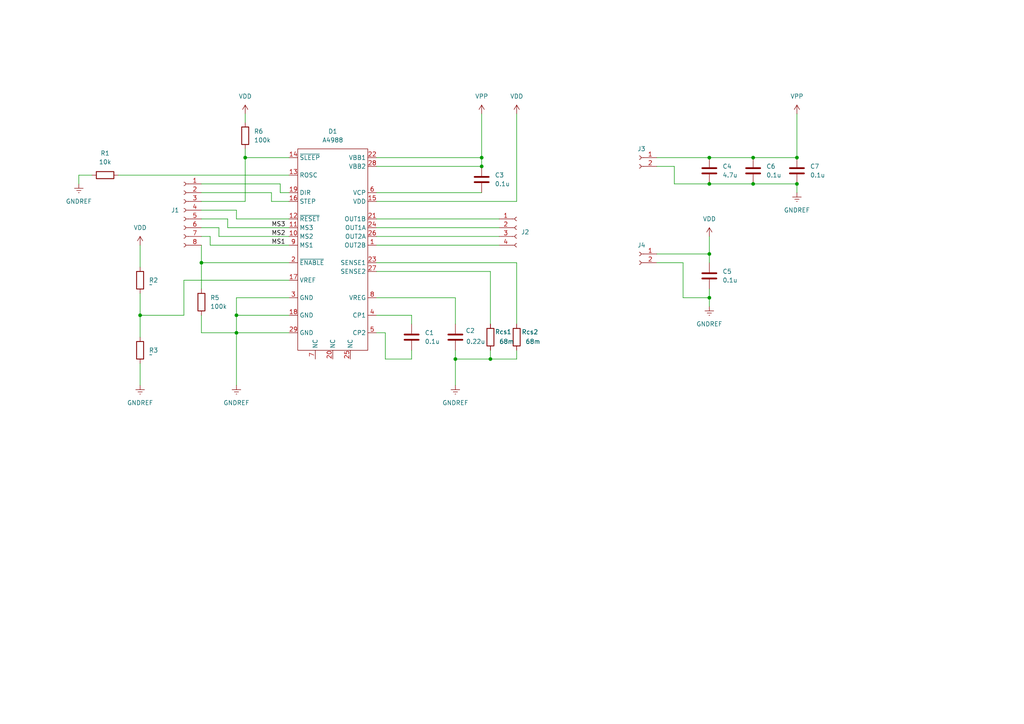
<source format=kicad_sch>
(kicad_sch (version 20230121) (generator eeschema)
  (paper "A4")
  (lib_symbols
    (symbol "Allegro-MicroSystems:A4988"
      (property "Reference" "D?" (at 0 5.08 0))
      (property "Value" "A4988" (at 12.7 -71.12 0))
      (symbol "A4988_1_1"
        (rectangle (start 2.54 2.54) (end 22.86 -55.88))
        (pin passive line (at 25.4 -25.4 180) (length 2.54) (name "OUT2B") (number "1"))
        (pin passive line (at 0 -22.86 0) (length 2.54) (name "MS2") (number "10"))
        (pin passive line (at 0 -20.32 0) (length 2.54) (name "MS3") (number "11"))
        (pin passive line (at 0 -17.78 0) (length 2.54) (name "~{RESET}") (number "12"))
        (pin passive line (at 0 -5.08 0) (length 2.54) (name "ROSC") (number "13"))
        (pin passive line (at 0 0 0) (length 2.54) (name "~{SLEEP}") (number "14"))
        (pin passive line (at 25.4 -12.7 180) (length 2.54) (name "VDD") (number "15"))
        (pin passive line (at 0 -12.7 0) (length 2.54) (name "STEP") (number "16"))
        (pin passive line (at 0 -35.56 0) (length 2.54) (name "VREF") (number "17"))
        (pin passive line (at 0 -45.72 0) (length 2.54) (name "GND") (number "18"))
        (pin passive line (at 0 -10.16 0) (length 2.54) (name "DIR") (number "19"))
        (pin passive line (at 0 -30.48 0) (length 2.54) (name "~{ENABLE}") (number "2"))
        (pin passive line (at 12.7 -58.42 90) (length 2.54) (name "NC") (number "20"))
        (pin passive line (at 25.4 -17.78 180) (length 2.54) (name "OUT1B") (number "21"))
        (pin passive line (at 25.4 0 180) (length 2.54) (name "VBB1") (number "22"))
        (pin passive line (at 25.4 -30.48 180) (length 2.54) (name "SENSE1") (number "23"))
        (pin passive line (at 25.4 -20.32 180) (length 2.54) (name "OUT1A") (number "24"))
        (pin passive line (at 17.78 -58.42 90) (length 2.54) (name "NC") (number "25"))
        (pin passive line (at 25.4 -22.86 180) (length 2.54) (name "OUT2A") (number "26"))
        (pin passive line (at 25.4 -33.02 180) (length 2.54) (name "SENSE2") (number "27"))
        (pin passive line (at 25.4 -2.54 180) (length 2.54) (name "VBB2") (number "28"))
        (pin passive line (at 0 -50.8 0) (length 2.54) (name "GND") (number "29"))
        (pin passive line (at 0 -40.64 0) (length 2.54) (name "GND") (number "3"))
        (pin passive line (at 25.4 -45.72 180) (length 2.54) (name "CP1") (number "4"))
        (pin passive line (at 25.4 -50.8 180) (length 2.54) (name "CP2") (number "5"))
        (pin passive line (at 25.4 -10.16 180) (length 2.54) (name "VCP") (number "6"))
        (pin passive line (at 7.62 -58.42 90) (length 2.54) (name "NC") (number "7"))
        (pin passive line (at 25.4 -40.64 180) (length 2.54) (name "VREG") (number "8"))
        (pin passive line (at 0 -25.4 0) (length 2.54) (name "MS1") (number "9"))
      )
    )
    (symbol "Connector:Conn_01x02_Socket" (pin_names (offset 1.016) hide)
      (property "Reference" "J" (at 0 2.54 0))
      (property "Value" "Conn_01x02_Socket" (at 0 -5.08 0))
      (symbol "Conn_01x02_Socket_1_1"
        (arc (start 0 -2.032) (mid -0.5058 -2.54) (end 0 -3.048) (stroke (width 0.1524)))
        (polyline (pts (xy -1.27 -2.54) (xy -0.508 -2.54)) (stroke (width 0.1524)))
        (polyline (pts (xy -1.27 0) (xy -0.508 0)) (stroke (width 0.1524)))
        (arc (start 0 0.508) (mid -0.5058 0) (end 0 -0.508) (stroke (width 0.1524)))
        (pin passive line (at -5.08 0 0) (length 3.81) (name "Pin_1") (number "1"))
        (pin passive line (at -5.08 -2.54 0) (length 3.81) (name "Pin_2") (number "2"))
      )
    )
    (symbol "Connector:Conn_01x04_Socket" (pin_names (offset 1.016) hide)
      (property "Reference" "J" (at 0 5.08 0))
      (property "Value" "Conn_01x04_Socket" (at 0 -7.62 0))
      (symbol "Conn_01x04_Socket_1_1"
        (arc (start 0 -4.572) (mid -0.5058 -5.08) (end 0 -5.588) (stroke (width 0.1524)))
        (arc (start 0 -2.032) (mid -0.5058 -2.54) (end 0 -3.048) (stroke (width 0.1524)))
        (polyline (pts (xy -1.27 -5.08) (xy -0.508 -5.08)) (stroke (width 0.1524)))
        (polyline (pts (xy -1.27 -2.54) (xy -0.508 -2.54)) (stroke (width 0.1524)))
        (polyline (pts (xy -1.27 0) (xy -0.508 0)) (stroke (width 0.1524)))
        (polyline (pts (xy -1.27 2.54) (xy -0.508 2.54)) (stroke (width 0.1524)))
        (arc (start 0 0.508) (mid -0.5058 0) (end 0 -0.508) (stroke (width 0.1524)))
        (arc (start 0 3.048) (mid -0.5058 2.54) (end 0 2.032) (stroke (width 0.1524)))
        (pin passive line (at -5.08 2.54 0) (length 3.81) (name "Pin_1") (number "1"))
        (pin passive line (at -5.08 0 0) (length 3.81) (name "Pin_2") (number "2"))
        (pin passive line (at -5.08 -2.54 0) (length 3.81) (name "Pin_3") (number "3"))
        (pin passive line (at -5.08 -5.08 0) (length 3.81) (name "Pin_4") (number "4"))
      )
    )
    (symbol "Connector:Conn_01x08_Socket" (pin_names (offset 1.016) hide)
      (property "Reference" "J" (at 0 10.16 0))
      (property "Value" "Conn_01x08_Socket" (at 0 -12.7 0))
      (symbol "Conn_01x08_Socket_1_1"
        (arc (start 0 -9.652) (mid -0.5058 -10.16) (end 0 -10.668) (stroke (width 0.1524)))
        (arc (start 0 -7.112) (mid -0.5058 -7.62) (end 0 -8.128) (stroke (width 0.1524)))
        (arc (start 0 -4.572) (mid -0.5058 -5.08) (end 0 -5.588) (stroke (width 0.1524)))
        (arc (start 0 -2.032) (mid -0.5058 -2.54) (end 0 -3.048) (stroke (width 0.1524)))
        (polyline (pts (xy -1.27 -10.16) (xy -0.508 -10.16)) (stroke (width 0.1524)))
        (polyline (pts (xy -1.27 -7.62) (xy -0.508 -7.62)) (stroke (width 0.1524)))
        (polyline (pts (xy -1.27 -5.08) (xy -0.508 -5.08)) (stroke (width 0.1524)))
        (polyline (pts (xy -1.27 -2.54) (xy -0.508 -2.54)) (stroke (width 0.1524)))
        (polyline (pts (xy -1.27 0) (xy -0.508 0)) (stroke (width 0.1524)))
        (polyline (pts (xy -1.27 2.54) (xy -0.508 2.54)) (stroke (width 0.1524)))
        (polyline (pts (xy -1.27 5.08) (xy -0.508 5.08)) (stroke (width 0.1524)))
        (polyline (pts (xy -1.27 7.62) (xy -0.508 7.62)) (stroke (width 0.1524)))
        (arc (start 0 0.508) (mid -0.5058 0) (end 0 -0.508) (stroke (width 0.1524)))
        (arc (start 0 3.048) (mid -0.5058 2.54) (end 0 2.032) (stroke (width 0.1524)))
        (arc (start 0 5.588) (mid -0.5058 5.08) (end 0 4.572) (stroke (width 0.1524)))
        (arc (start 0 8.128) (mid -0.5058 7.62) (end 0 7.112) (stroke (width 0.1524)))
        (pin passive line (at -5.08 7.62 0) (length 3.81) (name "Pin_1") (number "1"))
        (pin passive line (at -5.08 5.08 0) (length 3.81) (name "Pin_2") (number "2"))
        (pin passive line (at -5.08 2.54 0) (length 3.81) (name "Pin_3") (number "3"))
        (pin passive line (at -5.08 0 0) (length 3.81) (name "Pin_4") (number "4"))
        (pin passive line (at -5.08 -2.54 0) (length 3.81) (name "Pin_5") (number "5"))
        (pin passive line (at -5.08 -5.08 0) (length 3.81) (name "Pin_6") (number "6"))
        (pin passive line (at -5.08 -7.62 0) (length 3.81) (name "Pin_7") (number "7"))
        (pin passive line (at -5.08 -10.16 0) (length 3.81) (name "Pin_8") (number "8"))
      )
    )
    (symbol "Device:C" (pin_numbers hide) (pin_names (offset 0.254))
      (property "Reference" "C" (at 0.635 2.54 0))
      (property "Value" "C" (at 0.635 -2.54 0))
      (symbol "C_0_1"
        (polyline (pts (xy -2.032 -0.762) (xy 2.032 -0.762)) (stroke (width 0.508)))
        (polyline (pts (xy -2.032 0.762) (xy 2.032 0.762)) (stroke (width 0.508)))
      )
      (symbol "C_1_1"
        (pin passive line (at 0 3.81 270) (length 2.794) (name "~") (number "1"))
        (pin passive line (at 0 -3.81 90) (length 2.794) (name "~") (number "2"))
      )
    )
    (symbol "Device:R" (pin_numbers hide) (pin_names (offset 0))
      (property "Reference" "R" (at 2.032 0 90))
      (property "Value" "R" (at 0 0 90))
      (symbol "R_0_1"
        (rectangle (start -1.016 -2.54) (end 1.016 2.54) (stroke (width 0.254)))
      )
      (symbol "R_1_1"
        (pin passive line (at 0 3.81 270) (length 1.27) (name "~") (number "1"))
        (pin passive line (at 0 -3.81 90) (length 1.27) (name "~") (number "2"))
      )
    )
    (symbol "power:GNDREF" (power) (pin_names (offset 0))
      (property "Value" "GND" (at 0 -5.08 0))
      (symbol "GNDREF_0_1"
        (polyline (pts (xy -0.635 -1.905) (xy 0.635 -1.905)))
        (polyline (pts (xy -0.127 -2.54) (xy 0.127 -2.54)))
        (polyline (pts (xy 0 -1.27) (xy 0 0)))
        (polyline (pts (xy 1.27 -1.27) (xy -1.27 -1.27)))
      )
      (symbol "GNDREF_1_1"
        (pin power_in line (at 0 0 270) (length 0) hide (name "GNDREF") (number "1"))
      )
    )
    (symbol "power:VDD" (power) (pin_names (offset 0))
      (property "Value" "VDD" (at 0 3.81 0))
      (symbol "VDD_0_1"
        (polyline (pts (xy -0.762 1.27) (xy 0 2.54)))
        (polyline (pts (xy 0 0) (xy 0 2.54)))
        (polyline (pts (xy 0 2.54) (xy 0.762 1.27)))
      )
      (symbol "VDD_1_1"
        (pin power_in line (at 0 0 90) (length 0) hide (name "VDD") (number "1"))
      )
    )
    (symbol "power:VPP" (power) (pin_names (offset 0))
      (property "Value" "VPP" (at 0 3.81 0))
      (symbol "VPP_0_1"
        (polyline (pts (xy -0.762 1.27) (xy 0 2.54)))
        (polyline (pts (xy 0 0) (xy 0 2.54)))
        (polyline (pts (xy 0 2.54) (xy 0.762 1.27)))
      )
      (symbol "VPP_1_1"
        (pin power_in line (at 0 0 90) (length 0) hide (name "VPP") (number "1"))
      )
    )
  )
  (junction (at 218.44 45.72))
  (junction (at 40.64 91.44))
  (junction (at 205.74 86.36))
  (junction (at 68.58 96.52))
  (junction (at 132.08 104.14))
  (junction (at 58.42 76.2))
  (junction (at 71.12 45.72))
  (junction (at 231.14 45.72))
  (junction (at 218.44 53.34))
  (junction (at 68.58 91.44))
  (junction (at 139.7 45.72))
  (junction (at 139.7 48.26))
  (junction (at 205.74 73.66))
  (junction (at 205.74 45.72))
  (junction (at 205.74 53.34))
  (junction (at 231.14 53.34))
  (junction (at 142.24 104.14))
  (wire (pts (xy 83.82 66.04) (xy 66.04 66.04)))
  (wire (pts (xy 40.64 105.41) (xy 40.64 111.76)))
  (wire (pts (xy 68.58 91.44) (xy 83.82 91.44)))
  (wire (pts (xy 190.5 76.2) (xy 198.12 76.2)))
  (wire (pts (xy 58.42 91.44) (xy 58.42 96.52)))
  (wire (pts (xy 109.22 58.42) (xy 149.86 58.42)))
  (wire (pts (xy 132.08 104.14) (xy 132.08 111.76)))
  (wire (pts (xy 205.74 45.72) (xy 218.44 45.72)))
  (wire (pts (xy 195.58 48.26) (xy 195.58 53.34)))
  (wire (pts (xy 40.64 71.12) (xy 40.64 77.47)))
  (wire (pts (xy 22.86 50.8) (xy 22.86 53.34)))
  (wire (pts (xy 58.42 68.58) (xy 60.96 68.58)))
  (wire (pts (xy 119.38 91.44) (xy 109.22 91.44)))
  (wire (pts (xy 205.74 53.34) (xy 218.44 53.34)))
  (wire (pts (xy 34.29 50.8) (xy 83.82 50.8)))
  (wire (pts (xy 26.67 50.8) (xy 22.86 50.8)))
  (wire (pts (xy 109.22 71.12) (xy 144.78 71.12)))
  (wire (pts (xy 83.82 81.28) (xy 53.34 81.28)))
  (wire (pts (xy 195.58 53.34) (xy 205.74 53.34)))
  (wire (pts (xy 71.12 45.72) (xy 83.82 45.72)))
  (wire (pts (xy 40.64 85.09) (xy 40.64 91.44)))
  (wire (pts (xy 109.22 48.26) (xy 139.7 48.26)))
  (wire (pts (xy 60.96 71.12) (xy 60.96 68.58)))
  (wire (pts (xy 190.5 45.72) (xy 205.74 45.72)))
  (wire (pts (xy 83.82 63.5) (xy 68.58 63.5)))
  (wire (pts (xy 198.12 76.2) (xy 198.12 86.36)))
  (wire (pts (xy 58.42 76.2) (xy 83.82 76.2)))
  (wire (pts (xy 68.58 63.5) (xy 68.58 60.96)))
  (wire (pts (xy 205.74 68.58) (xy 205.74 73.66)))
  (wire (pts (xy 205.74 73.66) (xy 190.5 73.66)))
  (wire (pts (xy 53.34 91.44) (xy 40.64 91.44)))
  (wire (pts (xy 109.22 86.36) (xy 132.08 86.36)))
  (wire (pts (xy 78.74 58.42) (xy 78.74 55.88)))
  (wire (pts (xy 111.76 96.52) (xy 111.76 104.14)))
  (wire (pts (xy 149.86 33.02) (xy 149.86 58.42)))
  (wire (pts (xy 139.7 33.02) (xy 139.7 45.72)))
  (wire (pts (xy 205.74 86.36) (xy 205.74 88.9)))
  (wire (pts (xy 71.12 58.42) (xy 71.12 45.72)))
  (wire (pts (xy 40.64 91.44) (xy 40.64 97.79)))
  (wire (pts (xy 205.74 76.2) (xy 205.74 73.66)))
  (wire (pts (xy 58.42 60.96) (xy 68.58 60.96)))
  (wire (pts (xy 149.86 104.14) (xy 142.24 104.14)))
  (wire (pts (xy 109.22 96.52) (xy 111.76 96.52)))
  (wire (pts (xy 71.12 33.02) (xy 71.12 35.56)))
  (wire (pts (xy 142.24 104.14) (xy 132.08 104.14)))
  (wire (pts (xy 83.82 68.58) (xy 63.5 68.58)))
  (wire (pts (xy 63.5 68.58) (xy 63.5 66.04)))
  (wire (pts (xy 109.22 45.72) (xy 139.7 45.72)))
  (wire (pts (xy 109.22 66.04) (xy 144.78 66.04)))
  (wire (pts (xy 83.82 58.42) (xy 78.74 58.42)))
  (wire (pts (xy 231.14 33.02) (xy 231.14 45.72)))
  (wire (pts (xy 71.12 43.18) (xy 71.12 45.72)))
  (wire (pts (xy 218.44 53.34) (xy 231.14 53.34)))
  (wire (pts (xy 119.38 101.6) (xy 119.38 104.14)))
  (wire (pts (xy 81.28 55.88) (xy 83.82 55.88)))
  (wire (pts (xy 58.42 83.82) (xy 58.42 76.2)))
  (wire (pts (xy 58.42 71.12) (xy 58.42 76.2)))
  (wire (pts (xy 109.22 63.5) (xy 144.78 63.5)))
  (wire (pts (xy 66.04 63.5) (xy 58.42 63.5)))
  (wire (pts (xy 109.22 55.88) (xy 139.7 55.88)))
  (wire (pts (xy 58.42 55.88) (xy 78.74 55.88)))
  (wire (pts (xy 231.14 53.34) (xy 231.14 55.88)))
  (wire (pts (xy 149.86 76.2) (xy 149.86 93.98)))
  (wire (pts (xy 142.24 101.6) (xy 142.24 104.14)))
  (wire (pts (xy 142.24 78.74) (xy 109.22 78.74)))
  (wire (pts (xy 109.22 76.2) (xy 149.86 76.2)))
  (wire (pts (xy 190.5 48.26) (xy 195.58 48.26)))
  (wire (pts (xy 119.38 93.98) (xy 119.38 91.44)))
  (wire (pts (xy 53.34 81.28) (xy 53.34 91.44)))
  (wire (pts (xy 218.44 45.72) (xy 231.14 45.72)))
  (wire (pts (xy 83.82 71.12) (xy 60.96 71.12)))
  (wire (pts (xy 205.74 86.36) (xy 205.74 83.82)))
  (wire (pts (xy 68.58 91.44) (xy 68.58 96.52)))
  (wire (pts (xy 149.86 101.6) (xy 149.86 104.14)))
  (wire (pts (xy 81.28 53.34) (xy 81.28 55.88)))
  (wire (pts (xy 198.12 86.36) (xy 205.74 86.36)))
  (wire (pts (xy 68.58 86.36) (xy 68.58 91.44)))
  (wire (pts (xy 58.42 58.42) (xy 71.12 58.42)))
  (wire (pts (xy 139.7 45.72) (xy 139.7 48.26)))
  (wire (pts (xy 111.76 104.14) (xy 119.38 104.14)))
  (wire (pts (xy 68.58 96.52) (xy 68.58 111.76)))
  (wire (pts (xy 109.22 68.58) (xy 144.78 68.58)))
  (wire (pts (xy 142.24 93.98) (xy 142.24 78.74)))
  (wire (pts (xy 83.82 86.36) (xy 68.58 86.36)))
  (wire (pts (xy 58.42 96.52) (xy 68.58 96.52)))
  (wire (pts (xy 58.42 53.34) (xy 81.28 53.34)))
  (wire (pts (xy 132.08 86.36) (xy 132.08 93.98)))
  (wire (pts (xy 58.42 66.04) (xy 63.5 66.04)))
  (wire (pts (xy 66.04 66.04) (xy 66.04 63.5)))
  (wire (pts (xy 132.08 101.6) (xy 132.08 104.14)))
  (wire (pts (xy 68.58 96.52) (xy 83.82 96.52)))
  (label "MS3" (at 78.74 66.04 0))
  (label "MS2" (at 78.74 68.58 0))
  (label "MS1" (at 78.74 71.12 0))
  (symbol (lib_id "Connector:Conn_01x08_Socket") (at 53.34 60.96 0) (mirror y) (unit 1)
    (property "Reference" "J1" (at 50.8 60.96 0))
    (property "Value" "Conn_01x08_Socket" (effects hide))
    (property "Footprint" "Connector_PinHeader_2.54mm:PinHeader_1x08_P2.54mm_Vertical" (effects hide))
  )
  (symbol (lib_id "power:GNDREF") (at 22.86 53.34 0) (unit 1)
    (property "Reference" "#PWR01" (effects hide))
    (property "Value" "GND" (at 22.86 58.42 0))
  )
  (symbol (lib_id "Device:C") (at 218.44 49.53 0) (unit 1)
    (property "Reference" "C6" (at 222.25 48.26 0) (effects (justify left)))
    (property "Value" "0.1u" (at 222.25 50.8 0) (effects (justify left)))
    (property "Footprint" "Capacitor_SMD:C_0603_1608Metric" (effects hide))
  )
  (symbol (lib_id "Device:R") (at 149.86 97.79 180) (unit 1)
    (property "Reference" "Rcs2" (at 151.293 96.2938 0) (effects (justify right)))
    (property "Value" "68m" (at 152.4 99.06 0) (effects (justify right)))
    (property "Footprint" "Resistor_SMD:R_1206_3216Metric" (effects hide))
  )
  (symbol (lib_id "Device:C") (at 205.74 49.53 0) (unit 1)
    (property "Reference" "C4" (at 209.55 48.26 0) (effects (justify left)))
    (property "Value" "4.7u" (at 209.55 50.8 0) (effects (justify left)))
    (property "Footprint" "Capacitor_SMD:C_1206_3216Metric" (effects hide))
  )
  (symbol (lib_id "Connector:Conn_01x02_Socket") (at 185.42 45.72 0) (mirror y) (unit 1)
    (property "Reference" "J3" (at 186.055 43.18 0))
    (property "Value" "Conn_01x02_Socket" (effects hide))
    (property "Footprint" "Connector_PinHeader_2.54mm:PinHeader_1x02_P2.54mm_Vertical" (effects hide))
  )
  (symbol (lib_id "Connector:Conn_01x02_Socket") (at 185.42 73.66 0) (mirror y) (unit 1)
    (property "Reference" "J4" (at 186.055 71.12 0))
    (property "Value" "Conn_01x02_Socket" (effects hide))
    (property "Footprint" "Connector_PinHeader_2.54mm:PinHeader_1x02_P2.54mm_Vertical" (effects hide))
  )
  (symbol (lib_id "power:VPP") (at 139.7 33.02 0) (unit 1)
    (property "Reference" "#PWR07" (effects hide))
    (property "Value" "VPP" (at 139.7 27.94 0))
  )
  (symbol (lib_id "power:VPP") (at 231.14 33.02 0) (unit 1)
    (property "Reference" "#PWR011" (effects hide))
    (property "Value" "VPP" (at 231.14 27.94 0))
  )
  (symbol (lib_id "Device:R") (at 142.24 97.79 180) (unit 1)
    (property "Reference" "Rcs1" (at 143.5509 96.2537 0) (effects (justify right)))
    (property "Value" "68m" (at 144.78 99.06 0) (effects (justify right)))
    (property "Footprint" "Resistor_SMD:R_1206_3216Metric" (effects hide))
  )
  (symbol (lib_id "Device:R") (at 40.64 101.6 0) (unit 1)
    (property "Reference" "R3" (at 43.18 101.6 0) (effects (justify left)))
    (property "Value" "~" (at 43.18 102.87 0) (effects (justify left)))
    (property "Footprint" "Resistor_SMD:R_0603_1608Metric" (effects hide))
  )
  (symbol (lib_id "power:GNDREF") (at 40.64 111.76 0) (unit 1)
    (property "Reference" "#PWR03" (effects hide))
    (property "Value" "GND" (at 40.64 116.84 0))
  )
  (symbol (lib_id "Device:R") (at 30.48 50.8 270) (unit 1)
    (property "Reference" "R1" (at 30.48 44.45 90))
    (property "Value" "10k" (at 30.48 46.99 90))
    (property "Footprint" "Resistor_SMD:R_0603_1608Metric" (effects hide))
  )
  (symbol (lib_id "Device:R") (at 71.12 39.37 0) (unit 1)
    (property "Reference" "R6" (at 73.66 38.1 0) (effects (justify left)))
    (property "Value" "100k" (at 73.66 40.64 0) (effects (justify left)))
    (property "Footprint" "Resistor_SMD:R_0603_1608Metric" (effects hide))
  )
  (symbol (lib_id "power:VDD") (at 71.12 33.02 0) (unit 1)
    (property "Reference" "#PWR05" (effects hide))
    (property "Value" "VDD" (at 71.12 27.94 0))
  )
  (symbol (lib_id "Device:C") (at 119.38 97.79 0) (unit 1)
    (property "Reference" "C1" (at 123.19 96.52 0) (effects (justify left)))
    (property "Value" "0.1u" (at 123.19 99.06 0) (effects (justify left)))
    (property "Footprint" "Capacitor_SMD:C_0603_1608Metric" (effects hide))
  )
  (symbol (lib_id "Device:C") (at 205.74 80.01 0) (unit 1)
    (property "Reference" "C5" (at 209.55 78.74 0) (effects (justify left)))
    (property "Value" "0.1u" (at 209.55 81.28 0) (effects (justify left)))
    (property "Footprint" "Capacitor_SMD:C_0603_1608Metric" (effects hide))
  )
  (symbol (lib_id "Device:C") (at 139.7 52.07 0) (unit 1)
    (property "Reference" "C3" (at 143.51 50.8 0) (effects (justify left)))
    (property "Value" "0.1u" (at 143.51 53.34 0) (effects (justify left)))
    (property "Footprint" "Capacitor_SMD:C_0603_1608Metric" (effects hide))
  )
  (symbol (lib_id "power:VDD") (at 149.86 33.02 0) (unit 1)
    (property "Reference" "#PWR08" (effects hide))
    (property "Value" "VDD" (at 149.86 27.94 0))
  )
  (symbol (lib_id "Connector:Conn_01x04_Socket") (at 149.86 66.04 0) (unit 1)
    (property "Reference" "J2" (at 151.13 67.31 0) (effects (justify left)))
    (property "Value" "Conn_01x04_Socket" (effects hide))
    (property "Footprint" "Connector_PinHeader_2.54mm:PinHeader_1x04_P2.54mm_Vertical" (effects hide))
  )
  (symbol (lib_id "Device:C") (at 231.14 49.53 0) (unit 1)
    (property "Reference" "C7" (at 234.95 48.26 0) (effects (justify left)))
    (property "Value" "0.1u" (at 234.95 50.8 0) (effects (justify left)))
    (property "Footprint" "Capacitor_SMD:C_0603_1608Metric" (effects hide))
  )
  (symbol (lib_id "power:VDD") (at 205.74 68.58 0) (unit 1)
    (property "Reference" "#PWR09" (effects hide))
    (property "Value" "VDD" (at 205.74 63.5 0))
  )
  (symbol (lib_id "Allegro-MicroSystems:A4988") (at 83.82 45.72 0) (unit 1)
    (property "Reference" "D1" (at 96.52 38.1 0))
    (property "Value" "A4988" (at 96.52 40.64 0))
    (property "Footprint" "Package_DFN_QFN:QFN-28-1EP_5x5mm_P0.5mm_EP3.35x3.35mm" (effects hide))
    (property "Datasheet" "https://datasheet.lcsc.com/lcsc/1809140120_Allegro-MicroSystems--LLC-A4988SETTR-T_C38437.pdf" (effects hide))
  )
  (symbol (lib_id "Device:R") (at 58.42 87.63 180) (unit 1)
    (property "Reference" "R5" (at 60.96 86.36 0) (effects (justify right)))
    (property "Value" "100k" (at 60.96 88.9 0) (effects (justify right)))
    (property "Footprint" "Resistor_SMD:R_0603_1608Metric" (effects hide))
  )
  (symbol (lib_id "power:GNDREF") (at 231.14 55.88 0) (unit 1)
    (property "Reference" "#PWR012" (effects hide))
    (property "Value" "GND" (at 231.14 60.96 0))
  )
  (symbol (lib_id "Device:C") (at 132.08 97.79 0) (unit 1)
    (property "Reference" "C2" (at 135.0473 95.9043 0) (effects (justify left)))
    (property "Value" "0.22u" (at 135.1542 99.06 0) (effects (justify left)))
    (property "Footprint" "Capacitor_SMD:C_0603_1608Metric" (effects hide))
  )
  (symbol (lib_id "power:GNDREF") (at 68.58 111.76 0) (unit 1)
    (property "Reference" "#PWR04" (effects hide))
    (property "Value" "GND" (at 68.58 116.84 0))
  )
  (symbol (lib_id "power:GNDREF") (at 132.08 111.76 0) (unit 1)
    (property "Reference" "#PWR06" (effects hide))
    (property "Value" "GND" (at 132.08 116.84 0))
  )
  (symbol (lib_id "power:GNDREF") (at 205.74 88.9 0) (unit 1)
    (property "Reference" "#PWR010" (effects hide))
    (property "Value" "GND" (at 205.74 93.98 0))
  )
  (symbol (lib_id "Device:R") (at 40.64 81.28 0) (unit 1)
    (property "Reference" "R2" (at 43.18 81.28 0) (effects (justify left)))
    (property "Value" "~" (at 43.18 82.55 0) (effects (justify left)))
    (property "Footprint" "Resistor_SMD:R_0603_1608Metric" (effects hide))
  )
  (symbol (lib_id "power:VDD") (at 40.64 71.12 0) (unit 1)
    (property "Reference" "#PWR02" (effects hide))
    (property "Value" "VDD" (at 40.64 66.04 0))
  )
)
</source>
